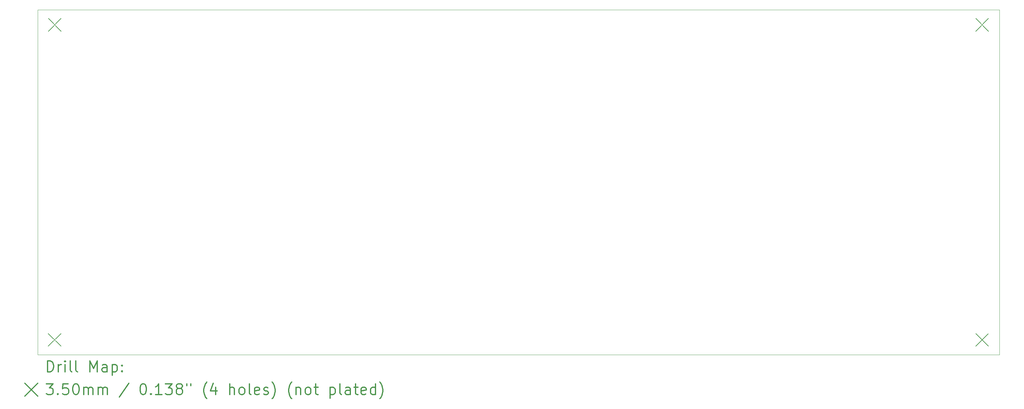
<source format=gbr>
%FSLAX45Y45*%
G04 Gerber Fmt 4.5, Leading zero omitted, Abs format (unit mm)*
G04 Created by KiCad (PCBNEW 4.0.7) date 06/16/18 15:25:15*
%MOMM*%
%LPD*%
G01*
G04 APERTURE LIST*
%ADD10C,0.127000*%
%ADD11C,0.100000*%
%ADD12C,0.200000*%
%ADD13C,0.300000*%
G04 APERTURE END LIST*
D10*
D11*
X3937000Y-11811000D02*
X3937000Y-2286000D01*
X30480000Y-11811000D02*
X3937000Y-11811000D01*
X30480000Y-11557000D02*
X30480000Y-11811000D01*
X30480000Y-11176000D02*
X30480000Y-11557000D01*
X30480000Y-2286000D02*
X30480000Y-11176000D01*
X3937000Y-2286000D02*
X30480000Y-2286000D01*
D12*
X4225000Y-11225000D02*
X4575000Y-11575000D01*
X4575000Y-11225000D02*
X4225000Y-11575000D01*
X4231000Y-2525000D02*
X4581000Y-2875000D01*
X4581000Y-2525000D02*
X4231000Y-2875000D01*
X29825000Y-2525000D02*
X30175000Y-2875000D01*
X30175000Y-2525000D02*
X29825000Y-2875000D01*
X29825000Y-11225000D02*
X30175000Y-11575000D01*
X30175000Y-11225000D02*
X29825000Y-11575000D01*
D13*
X4203429Y-12281714D02*
X4203429Y-11981714D01*
X4274857Y-11981714D01*
X4317714Y-11996000D01*
X4346286Y-12024571D01*
X4360571Y-12053143D01*
X4374857Y-12110286D01*
X4374857Y-12153143D01*
X4360571Y-12210286D01*
X4346286Y-12238857D01*
X4317714Y-12267429D01*
X4274857Y-12281714D01*
X4203429Y-12281714D01*
X4503429Y-12281714D02*
X4503429Y-12081714D01*
X4503429Y-12138857D02*
X4517714Y-12110286D01*
X4532000Y-12096000D01*
X4560571Y-12081714D01*
X4589143Y-12081714D01*
X4689143Y-12281714D02*
X4689143Y-12081714D01*
X4689143Y-11981714D02*
X4674857Y-11996000D01*
X4689143Y-12010286D01*
X4703429Y-11996000D01*
X4689143Y-11981714D01*
X4689143Y-12010286D01*
X4874857Y-12281714D02*
X4846286Y-12267429D01*
X4832000Y-12238857D01*
X4832000Y-11981714D01*
X5032000Y-12281714D02*
X5003429Y-12267429D01*
X4989143Y-12238857D01*
X4989143Y-11981714D01*
X5374857Y-12281714D02*
X5374857Y-11981714D01*
X5474857Y-12196000D01*
X5574857Y-11981714D01*
X5574857Y-12281714D01*
X5846286Y-12281714D02*
X5846286Y-12124571D01*
X5832000Y-12096000D01*
X5803428Y-12081714D01*
X5746286Y-12081714D01*
X5717714Y-12096000D01*
X5846286Y-12267429D02*
X5817714Y-12281714D01*
X5746286Y-12281714D01*
X5717714Y-12267429D01*
X5703428Y-12238857D01*
X5703428Y-12210286D01*
X5717714Y-12181714D01*
X5746286Y-12167429D01*
X5817714Y-12167429D01*
X5846286Y-12153143D01*
X5989143Y-12081714D02*
X5989143Y-12381714D01*
X5989143Y-12096000D02*
X6017714Y-12081714D01*
X6074857Y-12081714D01*
X6103428Y-12096000D01*
X6117714Y-12110286D01*
X6132000Y-12138857D01*
X6132000Y-12224571D01*
X6117714Y-12253143D01*
X6103428Y-12267429D01*
X6074857Y-12281714D01*
X6017714Y-12281714D01*
X5989143Y-12267429D01*
X6260571Y-12253143D02*
X6274857Y-12267429D01*
X6260571Y-12281714D01*
X6246286Y-12267429D01*
X6260571Y-12253143D01*
X6260571Y-12281714D01*
X6260571Y-12096000D02*
X6274857Y-12110286D01*
X6260571Y-12124571D01*
X6246286Y-12110286D01*
X6260571Y-12096000D01*
X6260571Y-12124571D01*
X3582000Y-12601000D02*
X3932000Y-12951000D01*
X3932000Y-12601000D02*
X3582000Y-12951000D01*
X4174857Y-12611714D02*
X4360571Y-12611714D01*
X4260571Y-12726000D01*
X4303429Y-12726000D01*
X4332000Y-12740286D01*
X4346286Y-12754571D01*
X4360571Y-12783143D01*
X4360571Y-12854571D01*
X4346286Y-12883143D01*
X4332000Y-12897429D01*
X4303429Y-12911714D01*
X4217714Y-12911714D01*
X4189143Y-12897429D01*
X4174857Y-12883143D01*
X4489143Y-12883143D02*
X4503429Y-12897429D01*
X4489143Y-12911714D01*
X4474857Y-12897429D01*
X4489143Y-12883143D01*
X4489143Y-12911714D01*
X4774857Y-12611714D02*
X4632000Y-12611714D01*
X4617714Y-12754571D01*
X4632000Y-12740286D01*
X4660571Y-12726000D01*
X4732000Y-12726000D01*
X4760571Y-12740286D01*
X4774857Y-12754571D01*
X4789143Y-12783143D01*
X4789143Y-12854571D01*
X4774857Y-12883143D01*
X4760571Y-12897429D01*
X4732000Y-12911714D01*
X4660571Y-12911714D01*
X4632000Y-12897429D01*
X4617714Y-12883143D01*
X4974857Y-12611714D02*
X5003429Y-12611714D01*
X5032000Y-12626000D01*
X5046286Y-12640286D01*
X5060571Y-12668857D01*
X5074857Y-12726000D01*
X5074857Y-12797429D01*
X5060571Y-12854571D01*
X5046286Y-12883143D01*
X5032000Y-12897429D01*
X5003429Y-12911714D01*
X4974857Y-12911714D01*
X4946286Y-12897429D01*
X4932000Y-12883143D01*
X4917714Y-12854571D01*
X4903429Y-12797429D01*
X4903429Y-12726000D01*
X4917714Y-12668857D01*
X4932000Y-12640286D01*
X4946286Y-12626000D01*
X4974857Y-12611714D01*
X5203429Y-12911714D02*
X5203429Y-12711714D01*
X5203429Y-12740286D02*
X5217714Y-12726000D01*
X5246286Y-12711714D01*
X5289143Y-12711714D01*
X5317714Y-12726000D01*
X5332000Y-12754571D01*
X5332000Y-12911714D01*
X5332000Y-12754571D02*
X5346286Y-12726000D01*
X5374857Y-12711714D01*
X5417714Y-12711714D01*
X5446286Y-12726000D01*
X5460571Y-12754571D01*
X5460571Y-12911714D01*
X5603428Y-12911714D02*
X5603428Y-12711714D01*
X5603428Y-12740286D02*
X5617714Y-12726000D01*
X5646286Y-12711714D01*
X5689143Y-12711714D01*
X5717714Y-12726000D01*
X5732000Y-12754571D01*
X5732000Y-12911714D01*
X5732000Y-12754571D02*
X5746286Y-12726000D01*
X5774857Y-12711714D01*
X5817714Y-12711714D01*
X5846286Y-12726000D01*
X5860571Y-12754571D01*
X5860571Y-12911714D01*
X6446286Y-12597429D02*
X6189143Y-12983143D01*
X6832000Y-12611714D02*
X6860571Y-12611714D01*
X6889143Y-12626000D01*
X6903428Y-12640286D01*
X6917714Y-12668857D01*
X6932000Y-12726000D01*
X6932000Y-12797429D01*
X6917714Y-12854571D01*
X6903428Y-12883143D01*
X6889143Y-12897429D01*
X6860571Y-12911714D01*
X6832000Y-12911714D01*
X6803428Y-12897429D01*
X6789143Y-12883143D01*
X6774857Y-12854571D01*
X6760571Y-12797429D01*
X6760571Y-12726000D01*
X6774857Y-12668857D01*
X6789143Y-12640286D01*
X6803428Y-12626000D01*
X6832000Y-12611714D01*
X7060571Y-12883143D02*
X7074857Y-12897429D01*
X7060571Y-12911714D01*
X7046286Y-12897429D01*
X7060571Y-12883143D01*
X7060571Y-12911714D01*
X7360571Y-12911714D02*
X7189143Y-12911714D01*
X7274857Y-12911714D02*
X7274857Y-12611714D01*
X7246285Y-12654571D01*
X7217714Y-12683143D01*
X7189143Y-12697429D01*
X7460571Y-12611714D02*
X7646285Y-12611714D01*
X7546285Y-12726000D01*
X7589143Y-12726000D01*
X7617714Y-12740286D01*
X7632000Y-12754571D01*
X7646285Y-12783143D01*
X7646285Y-12854571D01*
X7632000Y-12883143D01*
X7617714Y-12897429D01*
X7589143Y-12911714D01*
X7503428Y-12911714D01*
X7474857Y-12897429D01*
X7460571Y-12883143D01*
X7817714Y-12740286D02*
X7789143Y-12726000D01*
X7774857Y-12711714D01*
X7760571Y-12683143D01*
X7760571Y-12668857D01*
X7774857Y-12640286D01*
X7789143Y-12626000D01*
X7817714Y-12611714D01*
X7874857Y-12611714D01*
X7903428Y-12626000D01*
X7917714Y-12640286D01*
X7932000Y-12668857D01*
X7932000Y-12683143D01*
X7917714Y-12711714D01*
X7903428Y-12726000D01*
X7874857Y-12740286D01*
X7817714Y-12740286D01*
X7789143Y-12754571D01*
X7774857Y-12768857D01*
X7760571Y-12797429D01*
X7760571Y-12854571D01*
X7774857Y-12883143D01*
X7789143Y-12897429D01*
X7817714Y-12911714D01*
X7874857Y-12911714D01*
X7903428Y-12897429D01*
X7917714Y-12883143D01*
X7932000Y-12854571D01*
X7932000Y-12797429D01*
X7917714Y-12768857D01*
X7903428Y-12754571D01*
X7874857Y-12740286D01*
X8046286Y-12611714D02*
X8046286Y-12668857D01*
X8160571Y-12611714D02*
X8160571Y-12668857D01*
X8603428Y-13026000D02*
X8589143Y-13011714D01*
X8560571Y-12968857D01*
X8546286Y-12940286D01*
X8532000Y-12897429D01*
X8517714Y-12826000D01*
X8517714Y-12768857D01*
X8532000Y-12697429D01*
X8546286Y-12654571D01*
X8560571Y-12626000D01*
X8589143Y-12583143D01*
X8603428Y-12568857D01*
X8846286Y-12711714D02*
X8846286Y-12911714D01*
X8774857Y-12597429D02*
X8703428Y-12811714D01*
X8889143Y-12811714D01*
X9232000Y-12911714D02*
X9232000Y-12611714D01*
X9360571Y-12911714D02*
X9360571Y-12754571D01*
X9346286Y-12726000D01*
X9317714Y-12711714D01*
X9274857Y-12711714D01*
X9246286Y-12726000D01*
X9232000Y-12740286D01*
X9546286Y-12911714D02*
X9517714Y-12897429D01*
X9503428Y-12883143D01*
X9489143Y-12854571D01*
X9489143Y-12768857D01*
X9503428Y-12740286D01*
X9517714Y-12726000D01*
X9546286Y-12711714D01*
X9589143Y-12711714D01*
X9617714Y-12726000D01*
X9632000Y-12740286D01*
X9646286Y-12768857D01*
X9646286Y-12854571D01*
X9632000Y-12883143D01*
X9617714Y-12897429D01*
X9589143Y-12911714D01*
X9546286Y-12911714D01*
X9817714Y-12911714D02*
X9789143Y-12897429D01*
X9774857Y-12868857D01*
X9774857Y-12611714D01*
X10046286Y-12897429D02*
X10017714Y-12911714D01*
X9960571Y-12911714D01*
X9932000Y-12897429D01*
X9917714Y-12868857D01*
X9917714Y-12754571D01*
X9932000Y-12726000D01*
X9960571Y-12711714D01*
X10017714Y-12711714D01*
X10046286Y-12726000D01*
X10060571Y-12754571D01*
X10060571Y-12783143D01*
X9917714Y-12811714D01*
X10174857Y-12897429D02*
X10203429Y-12911714D01*
X10260571Y-12911714D01*
X10289143Y-12897429D01*
X10303429Y-12868857D01*
X10303429Y-12854571D01*
X10289143Y-12826000D01*
X10260571Y-12811714D01*
X10217714Y-12811714D01*
X10189143Y-12797429D01*
X10174857Y-12768857D01*
X10174857Y-12754571D01*
X10189143Y-12726000D01*
X10217714Y-12711714D01*
X10260571Y-12711714D01*
X10289143Y-12726000D01*
X10403428Y-13026000D02*
X10417714Y-13011714D01*
X10446286Y-12968857D01*
X10460571Y-12940286D01*
X10474857Y-12897429D01*
X10489143Y-12826000D01*
X10489143Y-12768857D01*
X10474857Y-12697429D01*
X10460571Y-12654571D01*
X10446286Y-12626000D01*
X10417714Y-12583143D01*
X10403428Y-12568857D01*
X10946286Y-13026000D02*
X10932000Y-13011714D01*
X10903428Y-12968857D01*
X10889143Y-12940286D01*
X10874857Y-12897429D01*
X10860571Y-12826000D01*
X10860571Y-12768857D01*
X10874857Y-12697429D01*
X10889143Y-12654571D01*
X10903428Y-12626000D01*
X10932000Y-12583143D01*
X10946286Y-12568857D01*
X11060571Y-12711714D02*
X11060571Y-12911714D01*
X11060571Y-12740286D02*
X11074857Y-12726000D01*
X11103428Y-12711714D01*
X11146286Y-12711714D01*
X11174857Y-12726000D01*
X11189143Y-12754571D01*
X11189143Y-12911714D01*
X11374857Y-12911714D02*
X11346286Y-12897429D01*
X11332000Y-12883143D01*
X11317714Y-12854571D01*
X11317714Y-12768857D01*
X11332000Y-12740286D01*
X11346286Y-12726000D01*
X11374857Y-12711714D01*
X11417714Y-12711714D01*
X11446286Y-12726000D01*
X11460571Y-12740286D01*
X11474857Y-12768857D01*
X11474857Y-12854571D01*
X11460571Y-12883143D01*
X11446286Y-12897429D01*
X11417714Y-12911714D01*
X11374857Y-12911714D01*
X11560571Y-12711714D02*
X11674857Y-12711714D01*
X11603428Y-12611714D02*
X11603428Y-12868857D01*
X11617714Y-12897429D01*
X11646286Y-12911714D01*
X11674857Y-12911714D01*
X12003428Y-12711714D02*
X12003428Y-13011714D01*
X12003428Y-12726000D02*
X12032000Y-12711714D01*
X12089143Y-12711714D01*
X12117714Y-12726000D01*
X12132000Y-12740286D01*
X12146286Y-12768857D01*
X12146286Y-12854571D01*
X12132000Y-12883143D01*
X12117714Y-12897429D01*
X12089143Y-12911714D01*
X12032000Y-12911714D01*
X12003428Y-12897429D01*
X12317714Y-12911714D02*
X12289143Y-12897429D01*
X12274857Y-12868857D01*
X12274857Y-12611714D01*
X12560571Y-12911714D02*
X12560571Y-12754571D01*
X12546286Y-12726000D01*
X12517714Y-12711714D01*
X12460571Y-12711714D01*
X12432000Y-12726000D01*
X12560571Y-12897429D02*
X12532000Y-12911714D01*
X12460571Y-12911714D01*
X12432000Y-12897429D01*
X12417714Y-12868857D01*
X12417714Y-12840286D01*
X12432000Y-12811714D01*
X12460571Y-12797429D01*
X12532000Y-12797429D01*
X12560571Y-12783143D01*
X12660571Y-12711714D02*
X12774857Y-12711714D01*
X12703429Y-12611714D02*
X12703429Y-12868857D01*
X12717714Y-12897429D01*
X12746286Y-12911714D01*
X12774857Y-12911714D01*
X12989143Y-12897429D02*
X12960571Y-12911714D01*
X12903429Y-12911714D01*
X12874857Y-12897429D01*
X12860571Y-12868857D01*
X12860571Y-12754571D01*
X12874857Y-12726000D01*
X12903429Y-12711714D01*
X12960571Y-12711714D01*
X12989143Y-12726000D01*
X13003429Y-12754571D01*
X13003429Y-12783143D01*
X12860571Y-12811714D01*
X13260571Y-12911714D02*
X13260571Y-12611714D01*
X13260571Y-12897429D02*
X13232000Y-12911714D01*
X13174857Y-12911714D01*
X13146286Y-12897429D01*
X13132000Y-12883143D01*
X13117714Y-12854571D01*
X13117714Y-12768857D01*
X13132000Y-12740286D01*
X13146286Y-12726000D01*
X13174857Y-12711714D01*
X13232000Y-12711714D01*
X13260571Y-12726000D01*
X13374857Y-13026000D02*
X13389143Y-13011714D01*
X13417714Y-12968857D01*
X13432000Y-12940286D01*
X13446286Y-12897429D01*
X13460571Y-12826000D01*
X13460571Y-12768857D01*
X13446286Y-12697429D01*
X13432000Y-12654571D01*
X13417714Y-12626000D01*
X13389143Y-12583143D01*
X13374857Y-12568857D01*
M02*

</source>
